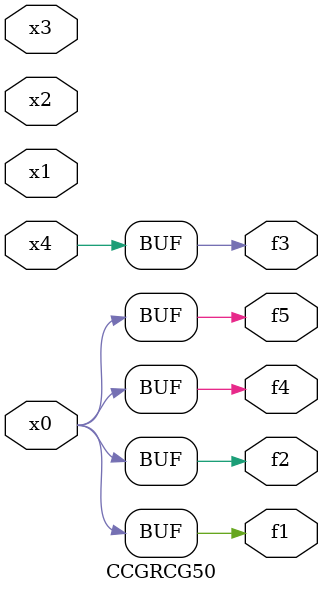
<source format=v>
module CCGRCG50(
	input x0, x1, x2, x3, x4,
	output f1, f2, f3, f4, f5
);
	assign f1 = x0;
	assign f2 = x0;
	assign f3 = x4;
	assign f4 = x0;
	assign f5 = x0;
endmodule

</source>
